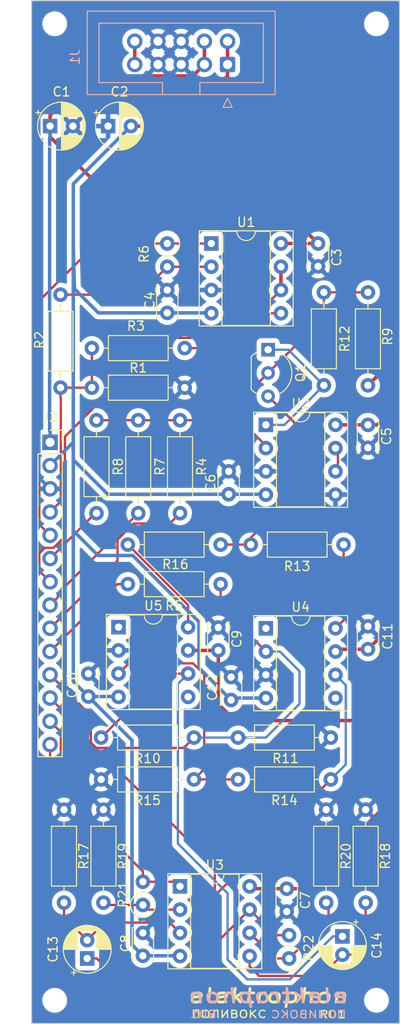
<source format=kicad_pcb>
(kicad_pcb (version 20240108) (generator "pcbnew") (generator_version "8.0")
  (title_block (title "ПОЛИВОКС") (date "2020-06-01") (rev "01") (comment 1 "PCB for main circuit") (comment 2 "polivoks LM4250 VCF") (comment 4 "License CC BY 4.0 - Attribution 4.0 International"))
  (layers (0 "F.Cu" signal) (31 "B.Cu" signal) (34 "B.Paste" user) (35 "F.Paste" user) (36 "B.SilkS" user "B.Silkscreen") (37 "F.SilkS" user "F.Silkscreen") (38 "B.Mask" user) (39 "F.Mask" user) (44 "Edge.Cuts" user))
  (net 0 "")
  (net 1 "GND")
  (net 2 "+15V")
  (net 3 "-15V")
  (net 4 "Net-(C14-Pad1)")
  (net 5 "+5V")
  (net 6 "Net-(U3A-+)")
  (net 7 "Net-(U3B-+)")
  (net 8 "Net-(Q1-E)")
  (net 9 "Net-(Q1-C)")
  (net 10 "Net-(Q1-B)")
  (net 11 "Net-(U1A--)")
  (net 12 "Net-(U1B-+)")
  (net 13 "/res_2")
  (net 14 "/lp_out")
  (net 15 "/bp_out")
  (net 16 "/res_1")
  (net 17 "/in")
  (net 18 "/cv")
  (net 19 "/freq")
  (net 20 "/fm_level_3")
  (net 21 "/fm_level_2")
  (net 22 "/fm_level_1")
  (net 23 "/fm_in")
  (net 24 "Net-(U4-IQ)")
  (net 25 "Net-(U5-+)")
  (net 26 "Net-(U5-IQ)")
  (net 27 "Net-(U3A--)")
  (net 28 "Net-(U3B--)")
  (net 29 "Net-(U2B--)")
  (footprint "Capacitor_THT:C_Disc_D3.4mm_W2.1mm_P2.50mm" (layer "F.Cu") (at 62.23 96.266 90)
    (property "Reference" "C11" (at 1.397 2.159 90) (layer "F.SilkS"))
    (property "Value" "0.1u")
    (pad "1" thru_hole circle (at 0 0 90) (size 1.6 1.6) (drill 0.8) (layers "*.Cu" "*.Mask") (net 2 "+15V"))
    (pad "2" thru_hole circle (at 2.5 0 90) (size 1.6 1.6) (drill 0.8) (layers "*.Cu" "*.Mask") (net 1 "GND"))
  )
  (footprint "Capacitor_THT:C_Disc_D3.4mm_W2.1mm_P2.50mm" (layer "F.Cu") (at 47.244 99.314 -90)
    (property "Reference" "C12" (at 1.143 2.032 90) (layer "F.SilkS"))
    (property "Value" "0.1u")
    (pad "1" thru_hole circle (at 0 0 270) (size 1.6 1.6) (drill 0.8) (layers "*.Cu" "*.Mask") (net 1 "GND"))
    (pad "2" thru_hole circle (at 2.5 0 270) (size 1.6 1.6) (drill 0.8) (layers "*.Cu" "*.Mask") (net 3 "-15V"))
  )
  (footprint "Capacitor_THT:CP_Radial_D5.0mm_P2.50mm" (layer "F.Cu") (at 27.432 39.116)
    (property "Reference" "C1" (at 1.25 -3.75 0) (layer "F.SilkS"))
    (property "Value" "10u")
    (pad "1" thru_hole rect (at 0 0) (size 1.6 1.6) (drill 0.8) (layers "*.Cu" "*.Mask") (net 2 "+15V"))
    (pad "2" thru_hole circle (at 2.5 0) (size 1.6 1.6) (drill 0.8) (layers "*.Cu" "*.Mask") (net 1 "GND"))
  )
  (footprint "Capacitor_THT:CP_Radial_D5.0mm_P2.50mm" (layer "F.Cu") (at 33.782 39.116)
    (property "Reference" "C2" (at 1.25 -3.75 0) (layer "F.SilkS"))
    (property "Value" "10u")
    (pad "1" thru_hole rect (at 0 0) (size 1.6 1.6) (drill 0.8) (layers "*.Cu" "*.Mask") (net 1 "GND"))
    (pad "2" thru_hole circle (at 2.5 0) (size 1.6 1.6) (drill 0.8) (layers "*.Cu" "*.Mask") (net 3 "-15V"))
  )
  (footprint "Capacitor_THT:C_Disc_D3.4mm_W2.1mm_P2.50mm" (layer "F.Cu") (at 56.769 51.943 -90)
    (property "Reference" "C3" (at 1.524 -2.032 90) (layer "F.SilkS"))
    (property "Value" "0.1u")
    (pad "1" thru_hole circle (at 0 0 270) (size 1.6 1.6) (drill 0.8) (layers "*.Cu" "*.Mask") (net 2 "+15V"))
    (pad "2" thru_hole circle (at 2.5 0 270) (size 1.6 1.6) (drill 0.8) (layers "*.Cu" "*.Mask") (net 1 "GND"))
  )
  (footprint "Capacitor_THT:C_Disc_D3.4mm_W2.1mm_P2.50mm" (layer "F.Cu") (at 40.259 57.023 -90)
    (property "Reference" "C4" (at 1.143 1.905 90) (layer "F.SilkS"))
    (property "Value" "0.1u")
    (pad "1" thru_hole circle (at 0 0 270) (size 1.6 1.6) (drill 0.8) (layers "*.Cu" "*.Mask") (net 1 "GND"))
    (pad "2" thru_hole circle (at 2.5 0 270) (size 1.6 1.6) (drill 0.8) (layers "*.Cu" "*.Mask") (net 3 "-15V"))
  )
  (footprint "Capacitor_THT:C_Disc_D3.4mm_W2.1mm_P2.50mm" (layer "F.Cu") (at 62.23 71.755 -90)
    (property "Reference" "C5" (at 1.25 -2.032 90) (layer "F.SilkS"))
    (property "Value" "0.1u")
    (pad "1" thru_hole circle (at 0 0 270) (size 1.6 1.6) (drill 0.8) (layers "*.Cu" "*.Mask") (net 2 "+15V"))
    (pad "2" thru_hole circle (at 2.5 0 270) (size 1.6 1.6) (drill 0.8) (layers "*.Cu" "*.Mask") (net 1 "GND"))
  )
  (footprint "Capacitor_THT:C_Disc_D3.4mm_W2.1mm_P2.50mm" (layer "F.Cu") (at 46.99 76.835 -90)
    (property "Reference" "C6" (at 1.25 1.98 90) (layer "F.SilkS"))
    (property "Value" "0.1u")
    (pad "1" thru_hole circle (at 0 0 270) (size 1.6 1.6) (drill 0.8) (layers "*.Cu" "*.Mask") (net 1 "GND"))
    (pad "2" thru_hole circle (at 2.5 0 270) (size 1.6 1.6) (drill 0.8) (layers "*.Cu" "*.Mask") (net 3 "-15V"))
  )
  (footprint "Capacitor_THT:C_Disc_D3.4mm_W2.1mm_P2.50mm" (layer "F.Cu") (at 45.847 96.393 90)
    (property "Reference" "C9" (at 1.25 2.032 90) (layer "F.SilkS"))
    (property "Value" "0.1u")
    (pad "1" thru_hole circle (at 0 0 90) (size 1.6 1.6) (drill 0.8) (layers "*.Cu" "*.Mask") (net 2 "+15V"))
    (pad "2" thru_hole circle (at 2.5 0 90) (size 1.6 1.6) (drill 0.8) (layers "*.Cu" "*.Mask") (net 1 "GND"))
  )
  (footprint "Capacitor_THT:C_Disc_D3.4mm_W2.1mm_P2.50mm" (layer "F.Cu") (at 31.623 98.933 -90)
    (property "Reference" "C10" (at 1.25 1.778 90) (layer "F.SilkS"))
    (property "Value" "0.1u")
    (pad "1" thru_hole circle (at 0 0 270) (size 1.6 1.6) (drill 0.8) (layers "*.Cu" "*.Mask") (net 1 "GND"))
    (pad "2" thru_hole circle (at 2.5 0 270) (size 1.6 1.6) (drill 0.8) (layers "*.Cu" "*.Mask") (net 3 "-15V"))
  )
  (footprint "MountingHole:MountingHole_2.2mm_M2" (layer "F.Cu") (at 27.94 27.94)
    (property "Reference" "H1" (hide yes))
    (property "Value" "MountingHole" (hide yes))
    (pad "" np_thru_hole circle (at 0 0) (size 2.2 2.2) (drill 2.2) (layers "*.Cu" "*.Mask"))
  )
  (footprint "MountingHole:MountingHole_2.2mm_M2" (layer "F.Cu") (at 63.16 27.94)
    (property "Reference" "H2" (hide yes))
    (property "Value" "MountingHole" (hide yes))
    (pad "" np_thru_hole circle (at 0 0) (size 2.2 2.2) (drill 2.2) (layers "*.Cu" "*.Mask"))
  )
  (footprint "MountingHole:MountingHole_2.2mm_M2" (layer "F.Cu") (at 63.16 134.62)
    (property "Reference" "H3" (hide yes))
    (property "Value" "MountingHole" (hide yes))
    (pad "" np_thru_hole circle (at 0 0) (size 2.2 2.2) (drill 2.2) (layers "*.Cu" "*.Mask"))
  )
  (footprint "MountingHole:MountingHole_2.2mm_M2" (layer "F.Cu") (at 27.94 134.62)
    (property "Reference" "H4" (hide yes))
    (property "Value" "MountingHole" (hide yes))
    (pad "" np_thru_hole circle (at 0 0) (size 2.2 2.2) (drill 2.2) (layers "*.Cu" "*.Mask"))
  )
  (footprint "Capacitor_THT:C_Disc_D3.4mm_W2.1mm_P2.50mm" (layer "F.Cu") (at 53.34 122.428 -90)
    (property "Reference" "C7" (at 1.27 -2.032 90) (layer "F.SilkS"))
    (property "Value" "0.1u")
    (pad "1" thru_hole circle (at 0 0 270) (size 1.6 1.6) (drill 0.8) (layers "*.Cu" "*.Mask") (net 2 "+15V"))
    (pad "2" thru_hole circle (at 2.5 0 270) (size 1.6 1.6) (drill 0.8) (layers "*.Cu" "*.Mask") (net 1 "GND"))
  )
  (footprint "Capacitor_THT:C_Disc_D3.4mm_W2.1mm_P2.50mm" (layer "F.Cu") (at 37.592 127.254 -90)
    (property "Reference" "C8" (at 1.143 1.905 90) (layer "F.SilkS"))
    (property "Value" "0.1u")
    (pad "1" thru_hole circle (at 0 0 270) (size 1.6 1.6) (drill 0.8) (layers "*.Cu" "*.Mask") (net 1 "GND"))
    (pad "2" thru_hole circle (at 2.5 0 270) (size 1.6 1.6) (drill 0.8) (layers "*.Cu" "*.Mask") (net 3 "-15V"))
  )
  (footprint "Capacitor_THT:CP_Radial_D5.0mm_P2.00mm" (layer "F.Cu") (at 31.496 130.048 90)
    (property "Reference" "C13" (at 1 -3.75 90) (layer "F.SilkS"))
    (property "Value" "1u")
    (pad "1" thru_hole rect (at 0 0 90) (size 1.6 1.6) (drill 0.8) (layers "*.Cu" "*.Mask") (net 13 "/res_2"))
    (pad "2" thru_hole circle (at 2 0 90) (size 1.6 1.6) (drill 0.8) (layers "*.Cu" "*.Mask") (net 6 "Net-(U3A-+)"))
  )
  (footprint "Capacitor_THT:CP_Radial_D5.0mm_P2.00mm" (layer "F.Cu") (at 59.436 127.637775 -90)
    (property "Reference" "C14" (at 1 -3.75 90) (layer "F.SilkS"))
    (property "Value" "1u")
    (pad "1" thru_hole rect (at 0 0 270) (size 1.6 1.6) (drill 0.8) (layers "*.Cu" "*.Mask") (net 4 "Net-(C14-Pad1)"))
    (pad "2" thru_hole circle (at 2 0 270) (size 1.6 1.6) (drill 0.8) (layers "*.Cu" "*.Mask") (net 7 "Net-(U3B-+)"))
  )
  (footprint "Package_TO_SOT_THT:TO-92_Inline_Wide" (layer "F.Cu") (at 51.3 63.545 -90)
    (property "Reference" "Q1" (at 2.54 -3.56 -90) (layer "F.SilkS"))
    (property "Value" "2N3904")
    (pad "1" thru_hole rect (at 0 0 270) (size 1.5 1.5) (drill 0.8) (layers "*.Cu" "*.Mask") (net 8 "Net-(Q1-E)"))
    (pad "2" thru_hole circle (at 2.54 0 270) (size 1.5 1.5) (drill 0.8) (layers "*.Cu" "*.Mask") (net 10 "Net-(Q1-B)"))
    (pad "3" thru_hole circle (at 5.08 0 270) (size 1.5 1.5) (drill 0.8) (layers "*.Cu" "*.Mask") (net 9 "Net-(Q1-C)"))
  )
  (footprint "Resistor_THT:R_Axial_DIN0207_L6.3mm_D2.5mm_P10.16mm_Horizontal" (layer "F.Cu") (at 42.164 67.691 180)
    (property "Reference" "R1" (at 5.08 2.159 180) (layer "F.SilkS"))
    (property "Value" "220k")
    (pad "1" thru_hole circle (at 0 0 180) (size 1.6 1.6) (drill 0.8) (layers "*.Cu" "*.Mask") (net 1 "GND"))
    (pad "2" thru_hole oval (at 10.16 0 180) (size 1.6 1.6) (drill 0.8) (layers "*.Cu" "*.Mask") (net 23 "/fm_in"))
  )
  (footprint "Resistor_THT:R_Axial_DIN0207_L6.3mm_D2.5mm_P10.16mm_Horizontal" (layer "F.Cu") (at 28.575 57.531 -90)
    (property "Reference" "R2" (at 4.953 2.286 90) (layer "F.SilkS"))
    (property "Value" "100k")
    (pad "1" thru_hole circle (at 0 0 270) (size 1.6 1.6) (drill 0.8) (layers "*.Cu" "*.Mask") (net 11 "Net-(U1A--)"))
    (pad "2" thru_hole oval (at 10.16 0 270) (size 1.6 1.6) (drill 0.8) (layers "*.Cu" "*.Mask") (net 23 "/fm_in"))
  )
  (footprint "Resistor_THT:R_Axial_DIN0207_L6.3mm_D2.5mm_P10.16mm_Horizontal" (layer "F.Cu") (at 42.164 63.373 180)
    (property "Reference" "R3" (at 5.334 2.413 0) (layer "F.SilkS"))
    (property "Value" "10k")
    (pad "1" thru_hole circle (at 0 0 180) (size 1.6 1.6) (drill 0.8) (layers "*.Cu" "*.Mask") (net 12 "Net-(U1B-+)"))
    (pad "2" thru_hole oval (at 10.16 0 180) (size 1.6 1.6) (drill 0.8) (layers "*.Cu" "*.Mask") (net 23 "/fm_in"))
  )
  (footprint "Resistor_THT:R_Axial_DIN0207_L6.3mm_D2.5mm_P10.16mm_Horizontal" (layer "F.Cu") (at 41.656 71.247 -90)
    (property "Reference" "R4" (at 5.08 -2.37 90) (layer "F.SilkS"))
    (property "Value" "100k")
    (pad "1" thru_hole circle (at 0 0 270) (size 1.6 1.6) (drill 0.8) (layers "*.Cu" "*.Mask") (net 10 "Net-(Q1-B)"))
    (pad "2" thru_hole oval (at 10.16 0 270) (size 1.6 1.6) (drill 0.8) (layers "*.Cu" "*.Mask") (net 18 "/cv"))
  )
  (footprint "Resistor_THT:R_Axial_DIN0207_L6.3mm_D2.5mm_P10.16mm_Horizontal" (layer "F.Cu") (at 46.101 89.154 180)
    (property "Reference" "R5" (at 5.08 -2.37 0) (layer "F.SilkS"))
    (property "Value" "470k")
    (pad "1" thru_hole circle (at 0 0 180) (size 1.6 1.6) (drill 0.8) (layers "*.Cu" "*.Mask") (net 16 "/res_1"))
    (pad "2" thru_hole oval (at 10.16 0 180) (size 1.6 1.6) (drill 0.8) (layers "*.Cu" "*.Mask") (net 17 "/in"))
  )
  (footprint "Resistor_THT:R_Axial_DIN0207_L6.3mm_D2.5mm_P2.54mm_Vertical" (layer "F.Cu") (at 40.259 51.943 -90)
    (property "Reference" "R6" (at 1.143 2.54 90) (layer "F.SilkS"))
    (property "Value" "100k")
    (pad "1" thru_hole circle (at 0 0 270) (size 1.6 1.6) (drill 0.8) (layers "*.Cu" "*.Mask") (net 20 "/fm_level_3"))
    (pad "2" thru_hole oval (at 2.54 0 270) (size 1.6 1.6) (drill 0.8) (layers "*.Cu" "*.Mask") (net 11 "Net-(U1A--)"))
  )
  (footprint "Resistor_THT:R_Axial_DIN0207_L6.3mm_D2.5mm_P10.16mm_Horizontal" (layer "F.Cu") (at 37.084 71.247 -90)
    (property "Reference" "R7" (at 5.08 -2.37 90) (layer "F.SilkS"))
    (property "Value" "162k")
    (pad "1" thru_hole circle (at 0 0 270) (size 1.6 1.6) (drill 0.8) (layers "*.Cu" "*.Mask") (net 10 "Net-(Q1-B)"))
    (pad "2" thru_hole oval (at 10.16 0 270) (size 1.6 1.6) (drill 0.8) (layers "*.Cu" "*.Mask") (net 19 "/freq"))
  )
  (footprint "Resistor_THT:R_Axial_DIN0207_L6.3mm_D2.5mm_P10.16mm_Horizontal" (layer "F.Cu") (at 32.512 71.247 -90)
    (property "Reference" "R8" (at 5.08 -2.37 90) (layer "F.SilkS"))
    (property "Value" "120k")
    (pad "1" thru_hole circle (at 0 0 270) (size 1.6 1.6) (drill 0.8) (layers "*.Cu" "*.Mask") (net 10 "Net-(Q1-B)"))
    (pad "2" thru_hole oval (at 10.16 0 270) (size 1.6 1.6) (drill 0.8) (layers "*.Cu" "*.Mask") (net 21 "/fm_level_2"))
  )
  (footprint "Resistor_THT:R_Axial_DIN0207_L6.3mm_D2.5mm_P10.16mm_Horizontal" (layer "F.Cu") (at 62.23 57.277 -90)
    (property "Reference" "R9" (at 4.826 -2.159 90) (layer "F.SilkS"))
    (property "Value" "100k")
    (pad "1" thru_hole circle (at 0 0 270) (size 1.6 1.6) (drill 0.8) (layers "*.Cu" "*.Mask") (net 10 "Net-(Q1-B)"))
    (pad "2" thru_hole oval (at 10.16 0 270) (size 1.6 1.6) (drill 0.8) (layers "*.Cu" "*.Mask") (net 2 "+15V"))
  )
  (footprint "Resistor_THT:R_Axial_DIN0207_L6.3mm_D2.5mm_P10.16mm_Horizontal" (layer "F.Cu") (at 57.404 67.437 90)
    (property "Reference" "R12" (at 5.08 2.286 90) (layer "F.SilkS"))
    (property "Value" "3k")
    (pad "1" thru_hole circle (at 0 0 90) (size 1.6 1.6) (drill 0.8) (layers "*.Cu" "*.Mask") (net 8 "Net-(Q1-E)"))
    (pad "2" thru_hole oval (at 10.16 0 90) (size 1.6 1.6) (drill 0.8) (layers "*.Cu" "*.Mask") (net 10 "Net-(Q1-B)"))
  )
  (footprint "Resistor_THT:R_Axial_DIN0207_L6.3mm_D2.5mm_P10.16mm_Horizontal" (layer "F.Cu") (at 43.18 105.918 180)
    (property "Reference" "R10" (at 5.08 -2.286 0) (layer "F.SilkS"))
    (property "Value" "47k")
    (pad "1" thru_hole circle (at 0 0 180) (size 1.6 1.6) (drill 0.8) (layers "*.Cu" "*.Mask") (net 16 "/res_1"))
    (pad "2" thru_hole oval (at 10.16 0 180) (size 1.6 1.6) (drill 0.8) (layers "*.Cu" "*.Mask") (net 4 "Net-(C14-Pad1)"))
  )
  (footprint "Resistor_THT:R_Axial_DIN0207_L6.3mm_D2.5mm_P10.16mm_Horizontal" (layer "F.Cu") (at 58.166 105.918 180)
    (property "Reference" "R11" (at 4.953 -2.286 0) (layer "F.SilkS"))
    (property "Value" "1k")
    (pad "1" thru_hole circle (at 0 0 180) (size 1.6 1.6) (drill 0.8) (layers "*.Cu" "*.Mask") (net 1 "GND"))
    (pad "2" thru_hole oval (at 10.16 0 180) (size 1.6 1.6) (drill 0.8) (layers "*.Cu" "*.Mask") (net 16 "/res_1"))
  )
  (footprint "Resistor_THT:R_Axial_DIN0207_L6.3mm_D2.5mm_P10.16mm_Horizontal" (layer "F.Cu") (at 59.563 84.836 180)
    (property "Reference" "R13" (at 5.08 -2.37 0) (layer "F.SilkS"))
    (property "Value" "1M2")
    (pad "1" thru_hole circle (at 0 0 180) (size 1.6 1.6) (drill 0.8) (layers "*.Cu" "*.Mask") (net 24 "Net-(U4-IQ)"))
    (pad "2" thru_hole oval (at 10.16 0 180) (size 1.6 1.6) (drill 0.8) (layers "*.Cu" "*.Mask") (net 9 "Net-(Q1-C)"))
  )
  (footprint "Resistor_THT:R_Axial_DIN0207_L6.3mm_D2.5mm_P10.16mm_Horizontal" (layer "F.Cu") (at 48.006 110.49)
    (property "Reference" "R14" (at 5.08 2.286 0) (layer "F.SilkS"))
    (property "Value" "47k")
    (pad "1" thru_hole circle (at 0 0) (size 1.6 1.6) (drill 0.8) (layers "*.Cu" "*.Mask") (net 25 "Net-(U5-+)"))
    (pad "2" thru_hole oval (at 10.16 0) (size 1.6 1.6) (drill 0.8) (layers "*.Cu" "*.Mask") (net 13 "/res_2"))
  )
  (footprint "Resistor_THT:R_Axial_DIN0207_L6.3mm_D2.5mm_P10.16mm_Horizontal" (layer "F.Cu") (at 33.02 110.49)
    (property "Reference" "R15" (at 5.08 2.286 0) (layer "F.SilkS"))
    (property "Value" "1k")
    (pad "1" thru_hole circle (at 0 0) (size 1.6 1.6) (drill 0.8) (layers "*.Cu" "*.Mask") (net 1 "GND"))
    (pad "2" thru_hole oval (at 10.16 0) (size 1.6 1.6) (drill 0.8) (layers "*.Cu" "*.Mask") (net 25 "Net-(U5-+)"))
  )
  (footprint "Resistor_THT:R_Axial_DIN0207_L6.3mm_D2.5mm_P10.16mm_Horizontal" (layer "F.Cu") (at 35.941 84.836)
    (property "Reference" "R16" (at 5.207 2.159 0) (layer "F.SilkS"))
    (property "Value" "1M2")
    (pad "1" thru_hole circle (at 0 0) (size 1.6 1.6) (drill 0.8) (layers "*.Cu" "*.Mask") (net 26 "Net-(U5-IQ)"))
    (pad "2" thru_hole oval (at 10.16 0) (size 1.6 1.6) (drill 0.8) (layers "*.Cu" "*.Mask") (net 9 "Net-(Q1-C)"))
  )
  (footprint "Resistor_THT:R_Axial_DIN0207_L6.3mm_D2.5mm_P10.16mm_Horizontal" (layer "F.Cu") (at 28.956 113.792 -90)
    (property "Reference" "R17" (at 5.08 -2.159 90) (layer "F.SilkS"))
    (property "Value" "100k")
    (pad "1" thru_hole circle (at 0 0 270) (size 1.6 1.6) (drill 0.8) (layers "*.Cu" "*.Mask") (net 1 "GND"))
    (pad "2" thru_hole oval (at 10.16 0 270) (size 1.6 1.6) (drill 0.8) (layers "*.Cu" "*.Mask") (net 6 "Net-(U3A-+)"))
  )
  (footprint "Resistor_THT:R_Axial_DIN0207_L6.3mm_D2.5mm_P10.16mm_Horizontal" (layer "F.Cu") (at 61.976 113.792 -90)
    (property "Reference" "R18" (at 5.08 -2.159 90) (layer "F.SilkS"))
    (property "Value" "100k")
    (pad "1" thru_hole circle (at 0 0 270) (size 1.6 1.6) (drill 0.8) (layers "*.Cu" "*.Mask") (net 1 "GND"))
    (pad "2" thru_hole oval (at 10.16 0 270) (size 1.6 1.6) (drill 0.8) (layers "*.Cu" "*.Mask") (net 7 "Net-(U3B-+)"))
  )
  (footprint "Resistor_THT:R_Axial_DIN0207_L6.3mm_D2.5mm_P10.16mm_Horizontal" (layer "F.Cu") (at 33.274 113.792 -90)
    (property "Reference" "R19" (at 5.08 -2.159 90) (layer "F.SilkS"))
    (property "Value" "10k")
    (pad "1" thru_hole circle (at 0 0 270) (size 1.6 1.6) (drill 0.8) (layers "*.Cu" "*.Mask") (net 1 "GND"))
    (pad "2" thru_hole oval (at 10.16 0 270) (size 1.6 1.6) (drill 0.8) (layers "*.Cu" "*.Mask") (net 27 "Net-(U3A--)"))
  )
  (footprint "Resistor_THT:R_Axial_DIN0207_L6.3mm_D2.5mm_P10.16mm_Horizontal" (layer "F.Cu") (at 57.658 113.792 -90)
    (property "Reference" "R20" (at 5.08 -2.159 90) (layer "F.SilkS"))
    (property "Value" "10k")
    (pad "1" thru_hole circle (at 0 0 270) (size 1.6 1.6) (drill 0.8) (layers "*.Cu" "*.Mask") (net 1 "GND"))
    (pad "2" thru_hole oval (at 10.16 0 270) (size 1.6 1.6) (drill 0.8) (layers "*.Cu" "*.Mask") (net 28 "Net-(U3B--)"))
  )
  (footprint "Resistor_THT:R_Axial_DIN0207_L6.3mm_D2.5mm_P2.54mm_Vertical" (layer "F.Cu") (at 37.592 124.206 90)
    (property "Reference" "R21" (at 1.143 -2.159 90) (layer "F.SilkS"))
    (property "Value" "100k")
    (pad "1" thru_hole circle (at 0 0 90) (size 1.6 1.6) (drill 0.8) (layers "*.Cu" "*.Mask") (net 27 "Net-(U3A--)"))
    (pad "2" thru_hole oval (at 2.54 0 90) (size 1.6 1.6) (drill 0.8) (layers "*.Cu" "*.Mask") (net 15 "/bp_out"))
  )
  (footprint "Resistor_THT:R_Axial_DIN0207_L6.3mm_D2.5mm_P2.54mm_Vertical" (layer "F.Cu") (at 53.594 130.048 90)
    (property "Reference" "R22" (at 1.143 2.159 90) (layer "F.SilkS"))
    (property "Value" "100k")
    (pad "1" thru_hole circle (at 0 0 90) (size 1.6 1.6) (drill 0.8) (layers "*.Cu" "*.Mask") (net 28 "Net-(U3B--)"))
    (pad "2" thru_hole oval (at 2.54 0 90) (size 1.6 1.6) (drill 0.8) (layers "*.Cu" "*.Mask") (net 14 "/lp_out"))
  )
  (footprint "Package_DIP:DIP-8_W7.62mm_Socket" (layer "F.Cu") (at 45.085 51.943)
    (property "Reference" "U1" (at 3.81 -2.33 0) (layer "F.SilkS"))
    (property "Value" "TL072")
    (pad "1" thru_hole rect (at 0 0) (size 1.6 1.6) (drill 0.8) (layers "*.Cu" "*.Mask") (net 20 "/fm_level_3"))
    (pad "2" thru_hole oval (at 0 2.54) (size 1.6 1.6) (drill 0.8) (layers "*.Cu" "*.Mask") (net 11 "Net-(U1A--)"))
    (pad "3" thru_hole oval (at 0 5.08) (size 1.6 1.6) (drill 0.8) (layers "*.Cu" "*.Mask") (net 1 "GND"))
    (pad "4" thru_hole oval (at 0 7.62) (size 1.6 1.6) (drill 0.8) (layers "*.Cu" "*.Mask") (net 3 "-15V"))
    (pad "5" thru_hole oval (at 7.62 7.62) (size 1.6 1.6) (drill 0.8) (layers "*.Cu" "*.Mask") (net 12 "Net-(U1B-+)"))
    (pad "6" thru_hole oval (at 7.62 5.08) (size 1.6 1.6) (drill 0.8) (layers "*.Cu" "*.Mask") (net 22 "/fm_level_1"))
    (pad "7" thru_hole oval (at 7.62 2.54) (size 1.6 1.6) (drill 0.8) (layers "*.Cu" "*.Mask") (net 22 "/fm_level_1"))
    (pad "8" thru_hole oval (at 7.62 0) (size 1.6 1.6) (drill 0.8) (layers "*.Cu" "*.Mask") (net 2 "+15V"))
  )
  (footprint "Package_DIP:DIP-8_W7.62mm_Socket" (layer "F.Cu") (at 51.054 71.755)
    (property "Reference" "U2" (at 3.81 -2.33 0) (layer "F.SilkS"))
    (property "Value" "TL072")
    (pad "1" thru_hole rect (at 0 0) (size 1.6 1.6) (drill 0.8) (layers "*.Cu" "*.Mask") (net 8 "Net-(Q1-E)"))
    (pad "2" thru_hole oval (at 0 2.54) (size 1.6 1.6) (drill 0.8) (layers "*.Cu" "*.Mask") (net 10 "Net-(Q1-B)"))
    (pad "3" thru_hole oval (at 0 5.08) (size 1.6 1.6) (drill 0.8) (layers "*.Cu" "*.Mask") (net 1 "GND"))
    (pad "4" thru_hole oval (at 0 7.62) (size 1.6 1.6) (drill 0.8) (layers "*.Cu" "*.Mask") (net 3 "-15V"))
    (pad "5" thru_hole oval (at 7.62 7.62) (size 1.6 1.6) (drill 0.8) (layers "*.Cu" "*.Mask") (net 1 "GND"))
    (pad "6" thru_hole oval (at 7.62 5.08) (size 1.6 1.6) (drill 0.8) (layers "*.Cu" "*.Mask") (net 29 "Net-(U2B--)"))
    (pad "7" thru_hole oval (at 7.62 2.54) (size 1.6 1.6) (drill 0.8) (layers "*.Cu" "*.Mask") (net 29 "Net-(U2B--)"))
    (pad "8" thru_hole oval (at 7.62 0) (size 1.6 1.6) (drill 0.8) (layers "*.Cu" "*.Mask") (net 2 "+15V"))
  )
  (footprint "Package_DIP:DIP-8_W7.62mm_Socket" (layer "F.Cu") (at 41.656 122.174)
    (property "Reference" "U3" (at 3.81 -2.33 0) (layer "F.SilkS"))
    (property "Value" "TL072")
    (pad "1" thru_hole rect (at 0 0) (size 1.6 1.6) (drill 0.8) (layers "*.Cu" "*.Mask") (net 15 "/bp_out"))
    (pad "2" thru_hole oval (at 0 2.54) (size 1.6 1.6) (drill 0.8) (layers "*.Cu" "*.Mask") (net 27 "Net-(U3A--)"))
    (pad "3" thru_hole oval (at 0 5.08) (size 1.6 1.6) (drill 0.8) (layers "*.Cu" "*.Mask") (net 6 "Net-(U3A-+)"))
    (pad "4" thru_hole oval (at 0 7.62) (size 1.6 1.6) (drill 0.8) (layers "*.Cu" "*.Mask") (net 3 "-15V"))
    (pad "5" thru_hole oval (at 7.62 7.62) (size 1.6 1.6) (drill 0.8) (layers "*.Cu" "*.Mask") (net 7 "Net-(U3B-+)"))
    (pad "6" thru_hole oval (at 7.62 5.08) (size 1.6 1.6) (drill 0.8) (layers "*.Cu" "*.Mask") (net 28 "Net-(U3B--)"))
    (pad "7" thru_hole oval (at 7.62 2.54) (size 1.6 1.6) (drill 0.8) (layers "*.Cu" "*.Mask") (net 14 "/lp_out"))
    (pad "8" thru_hole oval (at 7.62 0) (size 1.6 1.6) (drill 0.8) (layers "*.Cu" "*.Mask") (net 2 "+15V"))
  )
  (footprint "Package_DIP:DIP-8_W7.62mm_Socket" (layer "F.Cu") (at 51.054 93.98)
    (property "Reference" "U4" (at 3.81 -2.33 0) (layer "F.SilkS"))
    (property "Value" "LM4250")
    (pad "1" thru_hole rect (at 0 0) (size 1.6 1.6) (drill 0.8) (layers "*.Cu" "*.Mask"))
    (pad "2" thru_hole oval (at 0 2.54) (size 1.6 1.6) (drill 0.8) (layers "*.Cu" "*.Mask") (net 16 "/res_1"))
    (pad "3" thru_hole oval (at 0 5.08) (size 1.6 1.6) (drill 0.8) (layers "*.Cu" "*.Mask") (net 1 "GND"))
    (pad "4" thru_hole oval (at 0 7.62) (size 1.6 1.6) (drill 0.8) (layers "*.Cu" "*.Mask") (net 3 "-15V"))
    (pad "5" thru_hole oval (at 7.62 7.62) (size 1.6 1.6) (drill 0.8) (layers "*.Cu" "*.Mask"))
    (pad "6" thru_hole oval (at 7.62 5.08) (size 1.6 1.6) (drill 0.8) (layers "*.Cu" "*.Mask") (net 13 "/res_2"))
    (pad "7" thru_hole oval (at 7.62 2.54) (size 1.6 1.6) (drill 0.8) (layers "*.Cu" "*.Mask") (net 2 "+15V"))
    (pad "8" thru_hole oval (at 7.62 0) (size 1.6 1.6) (drill 0.8) (layers "*.Cu" "*.Mask") (net 24 "Net-(U4-IQ)"))
  )
  (footprint "Package_DIP:DIP-8_W7.62mm_Socket" (layer "F.Cu") (at 34.925 93.853)
    (property "Reference" "U5" (at 3.81 -2.33 0) (layer "F.SilkS"))
    (property "Value" "LM4250")
    (pad "1" thru_hole rect (at 0 0) (size 1.6 1.6) (drill 0.8) (layers "*.Cu" "*.Mask"))
    (pad "2" thru_hole oval (at 0 2.54) (size 1.6 1.6) (drill 0.8) (layers "*.Cu" "*.Mask") (net 1 "GND"))
    (pad "3" thru_hole oval (at 0 5.08) (size 1.6 1.6) (drill 0.8) (layers "*.Cu" "*.Mask") (net 25 "Net-(U5-+)"))
    (pad "4" thru_hole oval (at 0 7.62) (size 1.6 1.6) (drill 0.8) (layers "*.Cu" "*.Mask") (net 3 "-15V"))
    (pad "5" thru_hole oval (at 7.62 7.62) (size 1.6 1.6) (drill 0.8) (layers "*.Cu" "*.Mask"))
    (pad "6" thru_hole oval (at 7.62 5.08) (size 1.6 1.6) (drill 0.8) (layers "*.Cu" "*.Mask") (net 4 "Net-(C14-Pad1)"))
    (pad "7" thru_hole oval (at 7.62 2.54) (size 1.6 1.6) (drill 0.8) (layers "*.Cu" "*.Mask") (net 2 "+15V"))
    (pad "8" thru_hole oval (at 7.62 0) (size 1.6 1.6) (drill 0.8) (layers "*.Cu" "*.Mask") (net 26 "Net-(U5-IQ)"))
  )
  (footprint "Connector_PinSocket_2.54mm:PinSocket_1x14_P2.54mm_Vertical" (layer "F.Cu") (at 27.432 73.66)
    (property "Reference" "J2" (at 0 -2.77 0) (layer "F.SilkS"))
    (property "Value" "01x14 Female")
    (pad "1" thru_hole rect (at 0 0) (size 1.7 1.7) (drill 1) (layers "*.Cu" "*.Mask") (net 2 "+15V"))
    (pad "2" thru_hole oval (at 0 2.54) (size 1.7 1.7) (drill 1) (layers "*.Cu" "*.Mask") (net 3 "-15V"))
    (pad "3" thru_hole oval (at 0 5.08) (size 1.7 1.7) (drill 1) (layers "*.Cu" "*.Mask") (net 1 "GND"))
    (pad "4" thru_hole oval (at 0 7.62) (size 1.7 1.7) (drill 1) (layers "*.Cu" "*.Mask") (net 23 "/fm_in"))
    (pad "5" thru_hole oval (at 0 10.16) (size 1.7 1.7) (drill 1) (layers "*.Cu" "*.Mask") (net 20 "/fm_level_3"))
    (pad "6" thru_hole oval (at 0 12.7) (size 1.7 1.7) (drill 1) (layers "*.Cu" "*.Mask") (net 21 "/fm_level_2"))
    (pad "7" thru_hole oval (at 0 15.24) (size 1.7 1.7) (drill 1) (layers "*.Cu" "*.Mask") (net 22 "/fm_level_1"))
    (pad "8" thru_hole oval (at 0 17.78) (size 1.7 1.7) (drill 1) (layers "*.Cu" "*.Mask") (net 19 "/freq"))
    (pad "9" thru_hole oval (at 0 20.32) (size 1.7 1.7) (drill 1) (layers "*.Cu" "*.Mask") (net 18 "/cv"))
    (pad "10" thru_hole oval (at 0 22.86) (size 1.7 1.7) (drill 1) (layers "*.Cu" "*.Mask") (net 17 "/in"))
    (pad "11" thru_hole oval (at 0 25.4) (size 1.7 1.7) (drill 1) (layers "*.Cu" "*.Mask") (net 16 "/res_1"))
    (pad "12" thru_hole oval (at 0 27.94) (size 1.7 1.7) (drill 1) (layers "*.Cu" "*.Mask") (net 13 "/res_2"))
    (pad "13" thru_hole oval (at 0 30.48) (size 1.7 1.7) (drill 1) (layers "*.Cu" "*.Mask") (net 15 "/bp_out"))
    (pad "14" thru_hole oval (at 0 33.02) (size 1.7 1.7) (drill 1) (layers "*.Cu" "*.Mask") (net 14 "/lp_out"))
  )
  (footprint "elektrophon:elektrophon logo" (layer "F.Cu") (at 51.31 135.26)
    (property "Reference" "REF**" (hide yes))
    (property "Value" "elektrophon logo" (hide yes))
    (fp_text user "elektrophon" (at 0.025 -1.125 0) (layer "B.SilkS") (effects (font (size 1.5 2) (thickness 0.3) (italic yes)) (justify mirror)))
    (fp_text user "R01" (at -8.655 0.881 0) (layer "B.SilkS") (effects (font (size 0.8 1)) (justify right mirror)))
    (fp_text user "ПОЛИВОКС" (at 8.645 0.911 0) (layer "B.SilkS") (effects (font (size 0.8 1)) (justify left mirror)))
    (fp_text user "R01" (at 8.605 0.911 0) (layer "F.SilkS") (effects (font (size 0.8 1)) (justify right)))
    (fp_text user "elektrophon" (at 0.025 -1.125 0) (layer "F.SilkS") (effects (font (size 1.5 2) (thickness 0.3) (italic yes))))
    (fp_text user "ПОЛИВОКС" (at -8.515 0.881 0) (layer "F.SilkS") (effects (font (size 0.8 1)) (justify left)))
  )
  (footprint "Connector_IDC:IDC-Header_2x05_P2.54mm_Vertical" (layer "B.Cu") (at 46.863 32.385 90)
    (property "Reference" "J1" (at 0.8 -16.703 90) (layer "B.SilkS") (effects (justify mirror)))
    (property "Value" "IDC Header")
    (pad "1" thru_hole roundrect (at 0 0 90) (size 1.7 1.7) (drill 1) (layers "*.Cu" "*.Mask") (roundrect_rratio 0.147059) (net 3 "-15V"))
    (pad "2" thru_hole circle (at 2.54 0 90) (size 1.7 1.7) (drill 1) (layers "*.Cu" "*.Mask") (net 3 "-15V"))
    (pad "3" thru_hole circle (at 0 -2.54 90) (size 1.7 1.7) (drill 1) (layers "*.Cu" "*.Mask") (net 2 "+15V"))
    (pad "4" thru_hole circle (at 2.54 -2.54 90) (size 1.7 1.7) (drill 1) (layers "*.Cu" "*.Mask") (net 2 "+15V"))
    (pad "5" thru_hole circle (at 0 -5.08 90) (size 1.7 1.7) (drill 1) (layers "*.Cu" "*.Mask") (net 1 "GND"))
    (pad "6" thru_hole circle (at 2.54 -5.08 90) (size 1.7 1.7) (drill 1) (layers "*.Cu" "*.Mask") (net 1 "GND"))
    (pad "7" thru_hole circle (at 0 -7.62 90) (size 1.7 1.7) (drill 1) (layers "*.Cu" "*.Mask") (net 1 "GND"))
    (pad "8" thru_hole circle (at 2.54 -7.62 90) (size 1.7 1.7) (drill 1) (layers "*.Cu" "*.Mask") (net 1 "GND"))
    (pad "9" thru_hole circle (at 0 -10.16 90) (size 1.7 1.7) (drill 1) (layers "*.Cu" "*.Mask") (net 5 "+5V"))
    (pad "10" thru_hole circle (at 2.54 -10.16 90) (size 1.7 1.7) (drill 1) (layers "*.Cu" "*.Mask") (net 5 "+5V"))
  )
  (gr_line (start 25.4 137.16) (end 25.4 25.4) (stroke (width 0.12)) (layer "Edge.Cuts"))
  (gr_line (start 25.4 25.4) (end 65.7 25.4) (stroke (width 0.12)) (layer "Edge.Cuts"))
  (gr_line (start 65.7 25.4) (end 65.7 137.16) (stroke (width 0.12)) (layer "Edge.Cuts"))
  (gr_line (start 65.7 137.16) (end 25.4 137.16) (stroke (width 0.12)) (layer "Edge.Cuts"))
  (segment (start 37.988899 33.639101) (end 39.243 32.385) (width 0.381) (layer "B.Cu") (net 1))
  (segment (start 26.191499 77.499499) (end 26.191499 38.053599) (width 0.381) (layer "B.Cu") (net 1))
  (segment (start 26.191499 38.053599) (end 30.605997 33.639101) (width 0.381) (layer "B.Cu") (net 1))
  (segment (start 27.432 78.74) (end 26.191499 77.499499) (width 0.381) (layer "B.Cu") (net 1))
  (segment (start 30.605997 33.639101) (end 37.988899 33.639101) (width 0.381) (layer "B.Cu") (net 1))
  (segment (start 45.847 102.247) (end 47.66 104.06) (width 0.381) (layer "F.Cu") (net 2))
  (segment (start 45.847 96.393) (end 45.847 102.247) (width 0.381) (layer "F.Cu") (net 2))
  (segment (start 32.239 45.104) (end 27.432 40.297) (width 0.381) (layer "F.Cu") (net 2))
  (segment (start 64.898752 99.796248) (end 60.635 104.06) (width 0.381) (layer "F.Cu") (net 2))
  (segment (start 46.59 45.104) (end 59.455 45.104) (width 0.381) (layer "F.Cu") (net 2))
  (segment (start 64.944501 93.551499) (end 62.23 96.266) (width 0.381) (layer "F.Cu") (net 2))
  (segment (start 64.944501 60.912499) (end 64.944501 64.722499) (width 0.381) (layer "F.Cu") (net 2))
  (segment (start 64.944501 112.585441) (end 55.101942 122.428) (width 0.381) (layer "F.Cu") (net 2))
  (segment (start 44.323 29.845) (end 44.323 32.385) (width 0.381) (layer "F.Cu") (net 2))
  (segment (start 64.944501 63.579499) (end 64.944501 70.056499) (width 0.381) (layer "F.Cu") (net 2))
  (segment (start 64.944501 91.868501) (end 64.944501 93.551499) (width 0.381) (layer "F.Cu") (net 2))
  (segment (start 27.432 39.116) (end 27.432 37.935) (width 0.381) (layer "F.Cu") (net 2))
  (segment (start 64.897 96.647) (end 64.898752 97.235) (width 0.381) (layer "F.Cu") (net 2))
  (segment (start 62.23 96.266) (end 58.928 96.266) (width 0.381) (layer "F.Cu") (net 2))
  (segment (start 46.59 45.104) (end 49.93 45.104) (width 0.381) (layer "F.Cu") (net 2))
  (segment (start 64.944501 91.868501) (end 64.897 96.647) (width 0.381) (layer "F.Cu") (net 2))
  (segment (start 27.432 40.297) (end 27.432 39.116) (width 0.381) (layer "F.Cu") (net 2))
  (segment (start 53.34 122.428) (end 49.53 122.428) (width 0.381) (layer "F.Cu") (net 2))
  (segment (start 63.246 71.755) (end 58.938 71.755) (width 0.381) (layer "F.Cu") (net 2))
  (segment (start 31.727899 33.639101) (end 43.068899 33.639101) (width 0.381) (layer "F.Cu") (net 2))
  (segment (start 64.897 50.546) (end 64.944501 60.912499) (width 0.381) (layer "F.Cu") (net 2))
  (segment (start 58.928 96.266) (end 58.674 96.52) (width 0.381) (layer "F.Cu") (net 2))
  (segment (start 55.101942 122.428) (end 53.34 122.428) (width 0.381) (layer "F.Cu") (net 2))
  (segment (start 64.944501 64.722499) (end 62.23 67.437) (width 0.381) (layer "F.Cu") (net 2))
  (segment (start 49.93 45.104) (end 56.769 51.943) (width 0.381) (layer "F.Cu") (net 2))
  (segment (start 49.53 122.428) (end 49.276 122.174) (width 0.381) (layer "F.Cu") (net 2))
  (segment (start 64.898752 97.235) (end 64.944501 112.585441) (width 0.381) (layer "F.Cu") (net 2))
  (segment (start 64.944501 63.579499) (end 64.944501 91.868501) (width 0.381) (layer "F.Cu") (net 2))
  (segment (start 64.944501 60.912499) (end 64.944501 63.579499) (width 0.381) (layer "F.Cu") (net 2))
  (segment (start 56.769 51.943) (end 52.705 51.943) (width 0.381) (layer "F.Cu") (net 2))
  (segment (start 59.455 45.104) (end 64.897 50.546) (width 0.381) (layer "F.Cu") (net 2))
  (segment (start 60.635 104.06) (end 47.66 104.06) (width 0.381) (layer "F.Cu") (net 2))
  (segment (start 46.59 45.104) (end 32.239 45.104) (width 0.381) (layer "F.Cu") (net 2))
  (segment (start 45.847 96.393) (end 42.545 96.393) (width 0.381) (layer "F.Cu") (net 2))
  (segment (start 64.898752 97.235) (end 64.898752 99.796248) (width 0.381) (layer "F.Cu") (net 2))
  (segment (start 43.068899 33.639101) (end 44.323 32.385) (width 0.381) (layer "F.Cu") (net 2))
  (segment (start 64.944501 70.056499) (end 63.246 71.755) (width 0.381) (layer "F.Cu") (net 2))
  (segment (start 27.432 37.935) (end 31.727899 33.639101) (width 0.381) (layer "F.Cu") (net 2))
  (segment (start 27.432 72.429) (end 27.384499 72.381499) (width 0.381) (layer "B.Cu") (net 2))
  (segment (start 27.384499 40.344501) (end 27.432 40.297) (width 0.381) (layer "B.Cu") (net 2))
  (segment (start 27.432 73.66) (end 27.432 72.429) (width 0.381) (layer "B.Cu") (net 2))
  (segment (start 27.384499 72.381499) (end 27.384499 40.344501) (width 0.381) (layer "B.Cu") (net 2))
  (segment (start 27.432 40.297) (end 27.432 39.116) (width 0.381) (layer "B.Cu") (net 2))
  (segment (start 46.863 29.845) (end 46.863 32.385) (width 0.381) (layer "F.Cu") (net 3))
  (segment (start 41.3766 39.116) (end 46.863 33.6296) (width 0.381) (layer "F.Cu") (net 3))
  (segment (start 36.282 39.116) (end 41.3766 39.116) (width 0.381) (layer "F.Cu") (net 3))
  (segment (start 46.863 33.6296) (end 46.863 32.385) (width 0.381) (layer "F.Cu") (net 3))
  (segment (start 43.735501 98.305501) (end 43.735501 93.281559) (width 0.381) (layer "B.Cu") (net 3))
  (segment (start 43.735501 93.281559) (end 36.480443 86.026501) (width 0.381) (layer "B.Cu") (net 3))
  (segment (start 29.972 52.324) (end 29.972 45.426) (width 0.381) (layer "B.Cu") (net 3))
  (segment (start 29.972 99.782) (end 36.401499 106.211499) (width 0.381) (layer "B.Cu") (net 3))
  (segment (start 46.99 79.335) (end 33.742 79.335) (width 0.381) (layer "B.Cu") (net 3))
  (segment (start 36.401499 106.211499) (end 36.401499 128.563499) (width 0.381) (layer "B.Cu") (net 3))
  (segment (start 47.244 101.814) (end 43.735501 98.305501) (width 0.381) (layer "B.Cu") (net 3))
  (segment (start 41.616 129.754) (end 41.656 129.794) (width 0.381) (layer "B.Cu") (net 3))
  (segment (start 34.885 101.433) (end 34.925 101.473) (width 0.381) (layer "B.Cu") (net 3))
  (segment (start 29.972 52.324) (end 30.099 56.896) (width 0.381) (layer "B.Cu") (net 3))
  (segment (start 29.972 75.565) (end 29.972 83.312) (width 0.381) (layer "B.Cu") (net 3))
  (segment (start 37.592 129.754) (end 41.616 129.754) (width 0.381) (layer "B.Cu") (net 3))
  (segment (start 45.045 59.523) (end 45.085 59.563) (width 0.381) (layer "B.Cu") (net 3))
  (segment (start 47.458 101.6) (end 47.244 101.814) (width 0.381) (layer "B.Cu") (net 3))
  (segment (start 29.972 73.66) (end 27.432 76.2) (width 0.381) (layer "B.Cu") (net 3))
  (segment (start 29.972 45.426) (end 36.282 39.116) (width 0.381) (layer "B.Cu") (net 3))
  (segment (start 32.726 59.523) (end 30.099 56.896) (width 0.381) (layer "B.Cu") (net 3))
  (segment (start 36.480443 86.026501) (end 32.686501 86.026501) (width 0.381) (layer "B.Cu") (net 3))
  (segment (start 51.054 101.6) (end 47.458 101.6) (width 0.381) (layer "B.Cu") (net 3))
  (segment (start 51.014 79.335) (end 51.054 79.375) (width 0.381) (layer "B.Cu") (net 3))
  (segment (start 31.623 101.433) (end 34.885 101.433) (width 0.381) (layer "B.Cu") (net 3))
  (segment (start 40.259 59.523) (end 32.726 59.523) (width 0.381) (layer "B.Cu") (net 3))
  (segment (start 29.972 52.324) (end 29.972 75.565) (width 0.381) (layer "B.Cu") (net 3))
  (segment (start 46.99 79.335) (end 51.014 79.335) (width 0.381) (layer "B.Cu") (net 3))
  (segment (start 36.401499 128.563499) (end 37.592 129.754) (width 0.381) (layer "B.Cu") (net 3))
  (segment (start 40.259 59.523) (end 45.045 59.523) (width 0.381) (layer "B.Cu") (net 3))
  (segment (start 29.972 83.312) (end 29.972 99.782) (width 0.381) (layer "B.Cu") (net 3))
  (segment (start 32.686501 86.026501) (end 29.972 83.312) (width 0.381) (layer "B.Cu") (net 3))
  (segment (start 33.742 79.335) (end 29.972 75.565) (width 0.381) (layer "B.Cu") (net 3))
  (segment (start 40.005 98.933) (end 42.545 98.933) (width 0.25) (layer "F.Cu") (net 4))
  (segment (start 33.02 105.918) (end 40.005 98.933) (width 0.25) (layer "F.Cu") (net 4))
  (segment (start 41.419999 100.058001) (end 41.419999 117.492999) (width 0.25) (layer "B.Cu") (net 4))
  (segment (start 58.386 127.637775) (end 59.436 127.637775) (width 0.25) (layer "B.Cu") (net 4))
  (segment (start 53.689775 132.334) (end 58.386 127.637775) (width 0.25) (layer "B.Cu") (net 4))
  (segment (start 46.863 122.936) (end 46.863 130.175) (width 0.25) (layer "B.Cu") (net 4))
  (segment (start 42.545 98.933) (end 41.419999 100.058001) (width 0.25) (layer "B.Cu") (net 4))
  (segment (start 41.419999 117.492999) (end 46.863 122.936) (width 0.25) (layer "B.Cu") (net 4))
  (segment (start 46.863 130.175) (end 49.022 132.334) (width 0.25) (layer "B.Cu") (net 4))
  (segment (start 49.022 132.334) (end 53.689775 132.334) (width 0.25) (layer "B.Cu") (net 4))
  (segment (start 36.703 29.845) (end 36.703 32.385) (width 0.381) (layer "F.Cu") (net 5))
  (segment (start 28.956 125.508) (end 31.496 128.048) (width 0.25) (layer "F.Cu") (net 6))
  (segment (start 31.496 128.048) (end 33.415001 126.128999) (width 0.25) (layer "F.Cu") (net 6))
  (segment (start 28.956 123.952) (end 28.956 125.508) (width 0.25) (layer "F.Cu") (net 6))
  (segment (start 40.530999 126.128999) (end 41.656 127.254) (width 0.25) (layer "F.Cu") (net 6))
  (segment (start 33.415001 126.128999) (end 40.530999 126.128999) (width 0.25) (layer "F.Cu") (net 6))
  (segment (start 50.30363 131.953) (end 57.120775 131.953) (width 0.25) (layer "F.Cu") (net 7))
  (segment (start 49.276 129.794) (end 49.276 130.92537) (width 0.25) (layer "F.Cu") (net 7))
  (segment (start 61.976 128.229145) (end 61.976 123.952) (width 0.25) (layer "F.Cu") (net 7))
  (segment (start 59.436 129.637775) (end 60.56737 129.637775) (width 0.25) (layer "F.Cu") (net 7))
  (segment (start 57.120775 131.953) (end 59.436 129.637775) (width 0.25) (layer "F.Cu") (net 7))
  (segment (start 60.56737 129.637775) (end 61.976 128.229145) (width 0.25) (layer "F.Cu") (net 7))
  (segment (start 49.276 130.92537) (end 50.30363 131.953) (width 0.25) (layer "F.Cu") (net 7))
  (segment (start 51.3 63.545) (end 53.512 63.545) (width 0.25) (layer "B.Cu") (net 8))
  (segment (start 53.512 63.545) (end 57.404 67.437) (width 0.25) (layer "B.Cu") (net 8))
  (segment (start 53.086 71.755) (end 57.404 67.437) (width 0.25) (layer "B.Cu") (net 8))
  (segment (start 51.054 71.755) (end 53.086 71.755) (width 0.25) (layer "B.Cu") (net 8))
  (segment (start 49.403 84.836) (end 46.101 84.836) (width 0.25) (layer "F.Cu") (net 9))
  (segment (start 54.16 71.485) (end 54.16 79.317) (width 0.25) (layer "F.Cu") (net 9))
  (segment (start 54.16 79.317) (end 49.276 84.201) (width 0.25) (layer "F.Cu") (net 9))
  (segment (start 51.3 68.625) (end 54.16 71.485) (width 0.25) (layer "F.Cu") (net 9))
  (segment (start 51.3 66.085) (end 57.404 59.981) (width 0.25) (layer "F.Cu") (net 10))
  (segment (start 57.404 57.277) (end 62.23 57.277) (width 0.25) (layer "F.Cu") (net 10))
  (segment (start 46.138 71.247) (end 51.3 66.085) (width 0.25) (layer "F.Cu") (net 10))
  (segment (start 43.985 71.247) (end 45.212 71.247) (width 0.25) (layer "F.Cu") (net 10))
  (segment (start 45.212 71.247) (end 48.27 71.247) (width 0.25) (layer "F.Cu") (net 10))
  (segment (start 41.656 71.247) (end 43.985 71.247) (width 0.25) (layer "F.Cu") (net 10))
  (segment (start 32.512 71.247) (end 41.656 71.247) (width 0.25) (layer "F.Cu") (net 10))
  (segment (start 43.985 71.247) (end 46.138 71.247) (width 0.25) (layer "F.Cu") (net 10))
  (segment (start 57.404 59.981) (end 57.404 57.277) (width 0.25) (layer "F.Cu") (net 10))
  (segment (start 48.27 71.247) (end 51.318 74.295) (width 0.25) (layer "F.Cu") (net 10))
  (segment (start 45.085 54.483) (end 40.259 54.483) (width 0.25) (layer "F.Cu") (net 11))
  (segment (start 37.211 57.531) (end 40.259 54.483) (width 0.25) (layer "F.Cu") (net 11))
  (segment (start 28.575 57.531) (end 37.211 57.531) (width 0.25) (layer "F.Cu") (net 11))
  (segment (start 47.76363 63.373) (end 42.164 63.373) (width 0.25) (layer "F.Cu") (net 12))
  (segment (start 52.705 59.563) (end 51.57363 59.563) (width 0.25) (layer "F.Cu") (net 12))
  (segment (start 51.57363 59.563) (end 47.76363 63.373) (width 0.25) (layer "F.Cu") (net 12))
  (segment (start 45.466 123.317) (end 45.466 120.029002) (width 0.25) (layer "F.Cu") (net 13))
  (segment (start 41.91 131.445) (end 45.466 127.889) (width 0.25) (layer "F.Cu") (net 13))
  (segment (start 32.546 130.048) (end 31.496 130.048) (width 0.25) (layer "F.Cu") (net 13))
  (segment (start 32.930012 107.493012) (end 32.293599 107.493012) (width 0.25) (layer "F.Cu") (net 13))
  (segment (start 33.943 131.445) (end 32.546 130.048) (width 0.25) (layer "F.Cu") (net 13))
  (segment (start 31.444988 106.644401) (end 31.444988 105.612988) (width 0.25) (layer "F.Cu") (net 13))
  (segment (start 45.466 127.889) (end 45.466 123.317) (width 0.25) (layer "F.Cu") (net 13))
  (segment (start 45.466 123.317) (end 45.466 123.19) (width 0.25) (layer "F.Cu") (net 13))
  (segment (start 32.293599 107.493012) (end 31.444988 106.644401) (width 0.25) (layer "F.Cu") (net 13))
  (segment (start 45.466 123.19) (end 58.166 110.49) (width 0.25) (layer "F.Cu") (net 13))
  (segment (start 45.466 120.029002) (end 32.930012 107.493012) (width 0.25) (layer "F.Cu") (net 13))
  (segment (start 33.943 131.445) (end 41.91 131.445) (width 0.25) (layer "F.Cu") (net 13))
  (segment (start 31.444988 105.612988) (end 27.432 101.6) (width 0.25) (layer "F.Cu") (net 13))
  (segment (start 59.799 108.857) (end 58.166 110.49) (width 0.25) (layer "B.Cu") (net 13))
  (segment (start 59.799 100.185) (end 59.799 108.857) (width 0.25) (layer "B.Cu") (net 13))
  (segment (start 58.674 99.06) (end 59.799 100.185) (width 0.25) (layer "B.Cu") (net 13))
  (segment (start 33.687589 131.826) (end 29.972 131.826) (width 0.25) (layer "F.Cu") (net 14))
  (segment (start 52.07 127.508) (end 49.276 124.714) (width 0.25) (layer "F.Cu") (net 14))
  (segment (start 27.432 129.286) (end 27.432 106.68) (width 0.25) (layer "F.Cu") (net 14))
  (segment (start 33.7566 131.895011) (end 33.687589 131.826) (width 0.25) (layer "F.Cu") (net 14))
  (segment (start 53.594 127.508) (end 52.07 127.508) (width 0.25) (layer "F.Cu") (net 14))
  (segment (start 49.276 124.714) (end 45.916011 128.073989) (width 0.25) (layer "F.Cu") (net 14))
  (segment (start 45.916011 128.073989) (end 45.916011 128.0754) (width 0.25) (layer "F.Cu") (net 14))
  (segment (start 45.916011 128.0754) (end 42.0964 131.895011) (width 0.25) (layer "F.Cu") (net 14))
  (segment (start 29.972 131.826) (end 27.432 129.286) (width 0.25) (layer "F.Cu") (net 14))
  (segment (start 42.0964 131.895011) (end 33.7566 131.895011) (width 0.25) (layer "F.Cu") (net 14))
  (segment (start 28.607001 105.315001) (end 28.607001 111.549631) (width 0.25) (layer "F.Cu") (net 15))
  (segment (start 41.148 121.666) (end 41.656 122.174) (width 0.25) (layer "F.Cu") (net 15))
  (segment (start 28.607001 111.549631) (end 37.592 120.53463) (width 0.25) (layer "F.Cu") (net 15))
  (segment (start 37.592 120.53463) (end 37.592 121.666) (width 0.25) (layer "F.Cu") (net 15))
  (segment (start 37.592 121.666) (end 41.148 121.666) (width 0.25) (layer "F.Cu") (net 15))
  (segment (start 27.432 104.14) (end 28.607001 105.315001) (width 0.25) (layer "F.Cu") (net 15))
  (segment (start 42.054999 107.043001) (end 43.18 105.918) (width 0.25) (layer "F.Cu") (net 16))
  (segment (start 46.101 89.154) (end 46.101 91.567) (width 0.25) (layer "F.Cu") (net 16))
  (segment (start 46.101 91.567) (end 51.054 96.52) (width 0.25) (layer "F.Cu") (net 16))
  (segment (start 27.432 99.06) (end 31.894999 103.522999) (width 0.25) (layer "F.Cu") (net 16))
  (segment (start 32.479999 107.043001) (end 42.054999 107.043001) (width 0.25) (layer "F.Cu") (net 16))
  (segment (start 31.894999 103.522999) (end 31.894999 106.458001) (width 0.25) (layer "F.Cu") (net 16))
  (segment (start 31.894999 106.458001) (end 32.479999 107.043001) (width 0.25) (layer "F.Cu") (net 16))
  (segment (start 54.737 98.662) (end 52.595 96.52) (width 0.25) (layer "B.Cu") (net 16))
  (segment (start 52.595 96.52) (end 51.054 96.52) (width 0.25) (layer "B.Cu") (net 16))
  (segment (start 48.006 105.918) (end 51.054 105.918) (width 0.25) (layer "B.Cu") (net 16))
  (segment (start 54.737 102.235) (end 54.737 98.662) (width 0.25) (layer "B.Cu") (net 16))
  (segment (start 43.18 105.918) (end 48.006 105.918) (width 0.25) (layer "B.Cu") (net 16))
  (segment (start 51.054 105.918) (end 54.737 102.235) (width 0.25) (layer "B.Cu") (net 16))
  (segment (start 27.432 96.52) (end 34.798 89.154) (width 0.25) (layer "F.Cu") (net 17))
  (segment (start 34.798 89.154) (end 35.941 89.154) (width 0.25) (layer "F.Cu") (net 17))
  (segment (start 40.530999 82.532001) (end 41.656 81.407) (width 0.25) (layer "F.Cu") (net 18))
  (segment (start 27.432 93.98) (end 34.815999 86.596001) (width 0.25) (layer "F.Cu") (net 18))
  (segment (start 34.815999 84.295999) (end 36.579997 82.532001) (width 0.25) (layer "F.Cu") (net 18))
  (segment (start 34.815999 86.596001) (end 34.815999 84.295999) (width 0.25) (layer "F.Cu") (net 18))
  (segment (start 36.579997 82.532001) (end 40.530999 82.532001) (width 0.25) (layer "F.Cu") (net 18))
  (segment (start 37.068587 81.407) (end 37.084 81.407) (width 0.25) (layer "F.Cu") (net 19))
  (segment (start 27.432 91.44) (end 28.281999 90.590001) (width 0.25) (layer "F.Cu") (net 19))
  (segment (start 28.281999 90.193588) (end 37.068587 81.407) (width 0.25) (layer "F.Cu") (net 19))
  (segment (start 28.281999 90.590001) (end 28.281999 90.193588) (width 0.25) (layer "F.Cu") (net 19))
  (segment (start 45.085 51.943) (end 40.259 51.943) (width 0.25) (layer "F.Cu") (net 20))
  (segment (start 26.256999 58.183999) (end 26.256999 82.644999) (width 0.25) (layer "F.Cu") (net 20))
  (segment (start 26.256999 58.183999) (end 32.497998 51.943) (width 0.25) (layer "F.Cu") (net 20))
  (segment (start 32.497998 51.943) (end 40.259 51.943) (width 0.25) (layer "F.Cu") (net 20))
  (segment (start 26.256999 82.644999) (end 27.113795 83.501795) (width 0.25) (layer "F.Cu") (net 20))
  (segment (start 27.432 86.36) (end 32.385 81.407) (width 0.25) (layer "F.Cu") (net 21))
  (segment (start 32.385 81.407) (end 32.512 81.407) (width 0.25) (layer "F.Cu") (net 21))
  (segment (start 47.480001 62.247999) (end 39.845999 62.247999) (width 0.25) (layer "F.Cu") (net 22))
  (segment (start 39.845999 62.247999) (end 29.057012 73.036986) (width 0.25) (layer "F.Cu") (net 22))
  (segment (start 27.806003 85.184999) (end 26.867999 85.184999) (width 0.25) (layer "F.Cu") (net 22))
  (segment (start 26.867999 85.184999) (end 26.256999 85.795999) (width 0.25) (layer "F.Cu") (net 22))
  (segment (start 52.705 54.483) (end 52.705 57.023) (width 0.381) (layer "F.Cu") (net 22))
  (segment (start 29.057012 83.93399) (end 27.806003 85.184999) (width 0.25) (layer "F.Cu") (net 22))
  (segment (start 26.256999 87.724999) (end 27.432 88.9) (width 0.25) (layer "F.Cu") (net 22))
  (segment (start 52.705 57.023) (end 47.480001 62.247999) (width 0.25) (layer "F.Cu") (net 22))
  (segment (start 26.256999 85.795999) (end 26.256999 87.724999) (width 0.25) (layer "F.Cu") (net 22))
  (segment (start 29.057012 73.036986) (end 29.057012 83.93399) (width 0.25) (layer "F.Cu") (net 22))
  (segment (start 27.432 81.28) (end 28.607001 80.104999) (width 0.25) (layer "F.Cu") (net 23))
  (segment (start 32.004 67.691) (end 32.004 63.373) (width 0.25) (layer "F.Cu") (net 23))
  (segment (start 28.575 67.691) (end 32.004 67.691) (width 0.25) (layer "F.Cu") (net 23))
  (segment (start 28.575 68.82237) (end 28.575 67.691) (width 0.25) (layer "F.Cu") (net 23))
  (segment (start 28.607001 68.854371) (end 28.575 68.82237) (width 0.25) (layer "F.Cu") (net 23))
  (segment (start 28.607001 80.104999) (end 28.607001 68.854371) (width 0.25) (layer "F.Cu") (net 23))
  (segment (start 59.563 84.836) (end 59.563 93.091) (width 0.25) (layer "F.Cu") (net 24))
  (segment (start 59.563 93.091) (end 58.674 93.98) (width 0.25) (layer "F.Cu") (net 24))
  (segment (start 43.18 110.49) (end 48.006 110.49) (width 0.25) (layer "F.Cu") (net 25))
  (segment (start 36.050001 97.807999) (end 43.085001 97.807999) (width 0.25) (layer "F.Cu") (net 25))
  (segment (start 43.085001 97.807999) (end 44.305001 99.027999) (width 0.25) (layer "F.Cu") (net 25))
  (segment (start 44.305001 99.027999) (end 44.305001 109.364999) (width 0.25) (layer "F.Cu") (net 25))
  (segment (start 34.925 98.933) (end 36.050001 97.807999) (width 0.25) (layer "F.Cu") (net 25))
  (segment (start 44.305001 109.364999) (end 43.18 110.49) (width 0.25) (layer "F.Cu") (net 25))
  (segment (start 35.941 84.836) (end 42.545 91.44) (width 0.25) (layer "F.Cu") (net 26))
  (segment (start 42.545 91.44) (end 42.545 93.853) (width 0.25) (layer "F.Cu") (net 26))
  (segment (start 38.1 124.714) (end 37.592 124.206) (width 0.25) (layer "F.Cu") (net 27))
  (segment (start 33.528 124.206) (end 33.274 123.952) (width 0.25) (layer "F.Cu") (net 27))
  (segment (start 41.656 124.714) (end 38.1 124.714) (width 0.25) (layer "F.Cu") (net 27))
  (segment (start 37.592 124.206) (end 33.528 124.206) (width 0.25) (layer "F.Cu") (net 27))
  (segment (start 53.594 130.048) (end 52.07 130.048) (width 0.25) (layer "F.Cu") (net 28))
  (segment (start 57.912 123.952) (end 57.912 125.73) (width 0.25) (layer "F.Cu") (net 28))
  (segment (start 57.912 125.73) (end 53.594 130.048) (width 0.25) (layer "F.Cu") (net 28))
  (segment (start 52.07 130.048) (end 49.276 127.254) (width 0.25) (layer "F.Cu") (net 28))
  (segment (start 58.938 76.835) (end 58.938 74.295) (width 0.25) (layer "F.Cu") (net 29))
  (zone (net 1) (net_name "GND") (layer "B.Cu") (connect_pads (clearance 0.508)) (min_thickness 0.254) (fill yes (thermal_gap 0.508) (thermal_bridge_width 0.508))
    (polygon (pts (xy 65.761 137.135) (xy 25.375 137.135) (xy 25.375 25.375) (xy 65.761 25.375)))
  )
)
</source>
